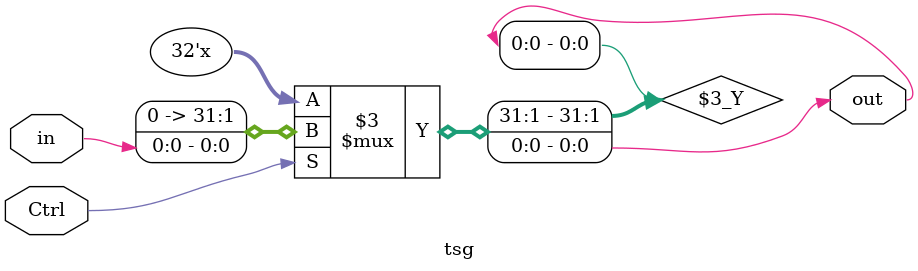
<source format=v>
`ifndef _tsg
`define _tsg

module tsg(
    input wire Ctrl,
    input wire [N-1:0] in,
    output wire [N-1:0] out);

    parameter N = 1;
    assign out = (Ctrl==1'b1)? in : 32'hz;

endmodule

`endif
</source>
